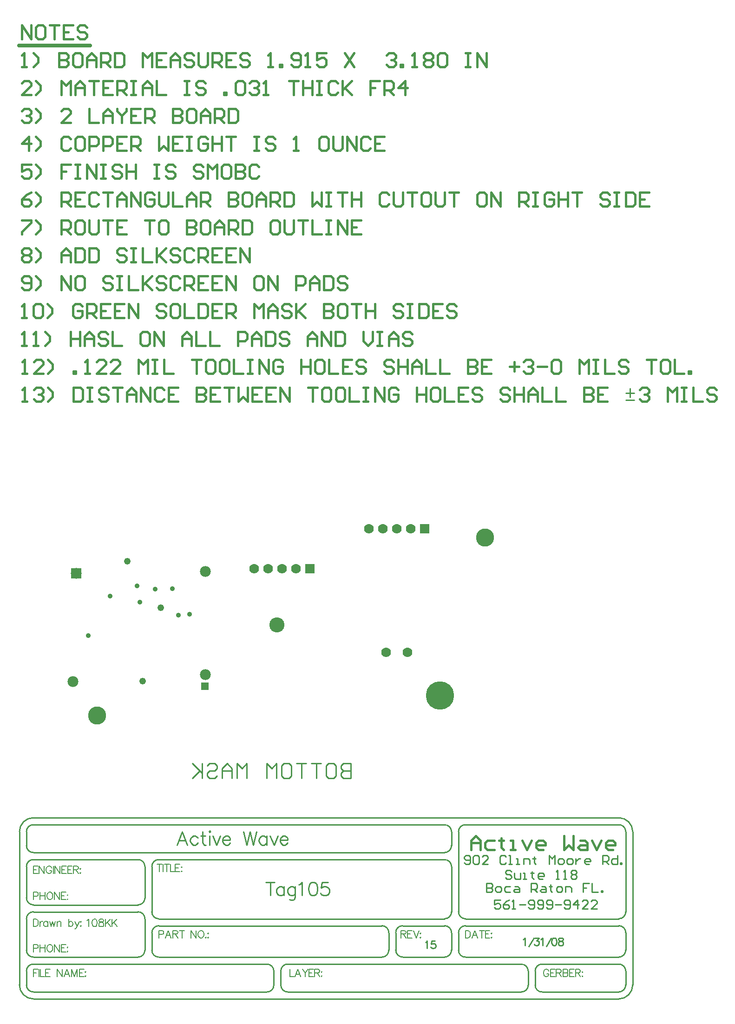
<source format=gbs>
%FSLAX24Y24*%
%MOIN*%
G70*
G01*
G75*
G04 Layer_Color=8467419*
%ADD10O,0.0240X0.0800*%
%ADD11R,0.0300X0.0300*%
%ADD12R,0.0360X0.0360*%
%ADD13R,0.0500X0.0360*%
%ADD14R,0.0360X0.0360*%
%ADD15R,0.0360X0.0500*%
%ADD16C,0.0400*%
%ADD17R,0.0200X0.0500*%
%ADD18R,0.0236X0.0236*%
%ADD19R,0.0300X0.0300*%
%ADD20R,0.0740X0.0450*%
%ADD21R,0.0748X0.0433*%
%ADD22O,0.0160X0.0600*%
%ADD23R,0.0236X0.1000*%
%ADD24R,0.0236X0.0900*%
%ADD25R,0.0700X0.0236*%
%ADD26R,0.0900X0.0236*%
%ADD27O,0.0160X0.0600*%
%ADD28R,0.0138X0.0354*%
%ADD29R,0.0250X0.0300*%
%ADD30R,0.0640X0.0440*%
%ADD31R,0.0492X0.1181*%
%ADD32R,0.1000X0.1000*%
%ADD33R,0.1000X0.1400*%
%ADD34R,0.1000X0.1300*%
%ADD35R,0.1000X0.1200*%
%ADD36R,0.0138X0.0354*%
%ADD37R,0.0100X0.0100*%
%ADD38R,0.2000X0.1000*%
%ADD39R,0.1600X0.1800*%
%ADD40C,0.0120*%
%ADD41C,0.0150*%
%ADD42C,0.0100*%
%ADD43C,0.0400*%
%ADD44C,0.0250*%
%ADD45C,0.0160*%
%ADD46C,0.0200*%
%ADD47C,0.0140*%
%ADD48C,0.0300*%
%ADD49C,0.0740*%
%ADD50C,0.0060*%
%ADD51C,0.0080*%
%ADD52C,0.0090*%
%ADD53C,0.0050*%
%ADD54R,0.0500X0.0500*%
%ADD55C,0.0700*%
%ADD56C,0.0620*%
%ADD57R,0.0620X0.0620*%
%ADD58C,0.1220*%
%ADD59C,0.1000*%
%ADD60C,0.1950*%
%ADD61C,0.0280*%
%ADD62R,0.0700X0.0700*%
%ADD63R,0.2730X0.0180*%
%ADD64O,0.0320X0.0880*%
%ADD65R,0.0380X0.0380*%
%ADD66R,0.0440X0.0440*%
%ADD67R,0.0580X0.0440*%
%ADD68R,0.0440X0.0440*%
%ADD69R,0.0440X0.0580*%
%ADD70C,0.0480*%
%ADD71R,0.0280X0.0580*%
%ADD72R,0.0316X0.0316*%
%ADD73R,0.0380X0.0380*%
%ADD74R,0.0820X0.0530*%
%ADD75R,0.0828X0.0513*%
%ADD76O,0.0240X0.0680*%
%ADD77R,0.0316X0.1080*%
%ADD78R,0.0316X0.0980*%
%ADD79R,0.0780X0.0316*%
%ADD80R,0.0980X0.0316*%
%ADD81O,0.0240X0.0680*%
%ADD82R,0.0218X0.0434*%
%ADD83R,0.0330X0.0380*%
%ADD84R,0.0720X0.0520*%
%ADD85R,0.0572X0.1261*%
%ADD86R,0.1080X0.1080*%
%ADD87R,0.1080X0.1480*%
%ADD88R,0.1080X0.1380*%
%ADD89R,0.1080X0.1280*%
%ADD90R,0.0218X0.0434*%
%ADD91R,0.0180X0.0180*%
%ADD92R,0.2080X0.1080*%
%ADD93R,0.1680X0.1880*%
%ADD94R,0.0580X0.0580*%
%ADD95C,0.0780*%
%ADD96C,0.0080*%
%ADD97R,0.0080X0.0080*%
%ADD98C,0.1300*%
%ADD99C,0.1080*%
%ADD100C,0.2030*%
%ADD101C,0.0360*%
%ADD102R,0.0780X0.0780*%
D41*
X29335Y-7069D02*
Y-6403D01*
X29668Y-6069D01*
X30002Y-6403D01*
Y-7069D01*
Y-6569D01*
X29335D01*
X31001Y-6403D02*
X30502D01*
X30335Y-6569D01*
Y-6902D01*
X30502Y-7069D01*
X31001D01*
X31501Y-6236D02*
Y-6403D01*
X31335D01*
X31668D01*
X31501D01*
Y-6902D01*
X31668Y-7069D01*
X32168D02*
X32501D01*
X32334D01*
Y-6403D01*
X32168D01*
X33001D02*
X33334Y-7069D01*
X33667Y-6403D01*
X34500Y-7069D02*
X34167D01*
X34000Y-6902D01*
Y-6569D01*
X34167Y-6403D01*
X34500D01*
X34667Y-6569D01*
Y-6736D01*
X34000D01*
X36000Y-6069D02*
Y-7069D01*
X36333Y-6736D01*
X36666Y-7069D01*
Y-6069D01*
X37166Y-6403D02*
X37499D01*
X37666Y-6569D01*
Y-7069D01*
X37166D01*
X36999Y-6902D01*
X37166Y-6736D01*
X37666D01*
X37999Y-6403D02*
X38332Y-7069D01*
X38666Y-6403D01*
X39499Y-7069D02*
X39165D01*
X38999Y-6902D01*
Y-6569D01*
X39165Y-6403D01*
X39499D01*
X39665Y-6569D01*
Y-6736D01*
X38999D01*
X-2884Y25105D02*
X-2551D01*
X-2717D01*
Y26105D01*
X-2884Y25938D01*
X-2051D02*
X-1884Y26105D01*
X-1551D01*
X-1385Y25938D01*
Y25771D01*
X-1551Y25605D01*
X-1718D01*
X-1551D01*
X-1385Y25438D01*
Y25272D01*
X-1551Y25105D01*
X-1884D01*
X-2051Y25272D01*
X-1051Y25105D02*
X-718Y25438D01*
Y25771D01*
X-1051Y26105D01*
X781D02*
Y25105D01*
X1281D01*
X1448Y25272D01*
Y25938D01*
X1281Y26105D01*
X781D01*
X1781D02*
X2114D01*
X1948D01*
Y25105D01*
X1781D01*
X2114D01*
X3281Y25938D02*
X3114Y26105D01*
X2781D01*
X2614Y25938D01*
Y25771D01*
X2781Y25605D01*
X3114D01*
X3281Y25438D01*
Y25272D01*
X3114Y25105D01*
X2781D01*
X2614Y25272D01*
X3614Y26105D02*
X4280D01*
X3947D01*
Y25105D01*
X4614D02*
Y25771D01*
X4947Y26105D01*
X5280Y25771D01*
Y25105D01*
Y25605D01*
X4614D01*
X5613Y25105D02*
Y26105D01*
X6280Y25105D01*
Y26105D01*
X7279Y25938D02*
X7113Y26105D01*
X6780D01*
X6613Y25938D01*
Y25272D01*
X6780Y25105D01*
X7113D01*
X7279Y25272D01*
X8279Y26105D02*
X7613D01*
Y25105D01*
X8279D01*
X7613Y25605D02*
X7946D01*
X9612Y26105D02*
Y25105D01*
X10112D01*
X10278Y25272D01*
Y25438D01*
X10112Y25605D01*
X9612D01*
X10112D01*
X10278Y25771D01*
Y25938D01*
X10112Y26105D01*
X9612D01*
X11278D02*
X10612D01*
Y25105D01*
X11278D01*
X10612Y25605D02*
X10945D01*
X11611Y26105D02*
X12278D01*
X11945D01*
Y25105D01*
X12611Y26105D02*
Y25105D01*
X12944Y25438D01*
X13277Y25105D01*
Y26105D01*
X14277D02*
X13611D01*
Y25105D01*
X14277D01*
X13611Y25605D02*
X13944D01*
X15277Y26105D02*
X14610D01*
Y25105D01*
X15277D01*
X14610Y25605D02*
X14944D01*
X15610Y25105D02*
Y26105D01*
X16276Y25105D01*
Y26105D01*
X17609D02*
X18276D01*
X17943D01*
Y25105D01*
X19109Y26105D02*
X18776D01*
X18609Y25938D01*
Y25272D01*
X18776Y25105D01*
X19109D01*
X19275Y25272D01*
Y25938D01*
X19109Y26105D01*
X20109D02*
X19775D01*
X19609Y25938D01*
Y25272D01*
X19775Y25105D01*
X20109D01*
X20275Y25272D01*
Y25938D01*
X20109Y26105D01*
X20608D02*
Y25105D01*
X21275D01*
X21608Y26105D02*
X21941D01*
X21775D01*
Y25105D01*
X21608D01*
X21941D01*
X22441D02*
Y26105D01*
X23108Y25105D01*
Y26105D01*
X24107Y25938D02*
X23941Y26105D01*
X23607D01*
X23441Y25938D01*
Y25272D01*
X23607Y25105D01*
X23941D01*
X24107Y25272D01*
Y25605D01*
X23774D01*
X25440Y26105D02*
Y25105D01*
Y25605D01*
X26107D01*
Y26105D01*
Y25105D01*
X26940Y26105D02*
X26606D01*
X26440Y25938D01*
Y25272D01*
X26606Y25105D01*
X26940D01*
X27106Y25272D01*
Y25938D01*
X26940Y26105D01*
X27439D02*
Y25105D01*
X28106D01*
X29106Y26105D02*
X28439D01*
Y25105D01*
X29106D01*
X28439Y25605D02*
X28772D01*
X30105Y25938D02*
X29939Y26105D01*
X29605D01*
X29439Y25938D01*
Y25771D01*
X29605Y25605D01*
X29939D01*
X30105Y25438D01*
Y25272D01*
X29939Y25105D01*
X29605D01*
X29439Y25272D01*
X32105Y25938D02*
X31938Y26105D01*
X31605D01*
X31438Y25938D01*
Y25771D01*
X31605Y25605D01*
X31938D01*
X32105Y25438D01*
Y25272D01*
X31938Y25105D01*
X31605D01*
X31438Y25272D01*
X32438Y26105D02*
Y25105D01*
Y25605D01*
X33104D01*
Y26105D01*
Y25105D01*
X33438D02*
Y25771D01*
X33771Y26105D01*
X34104Y25771D01*
Y25105D01*
Y25605D01*
X33438D01*
X34437Y26105D02*
Y25105D01*
X35104D01*
X35437Y26105D02*
Y25105D01*
X36103D01*
X37436Y26105D02*
Y25105D01*
X37936D01*
X38103Y25272D01*
Y25438D01*
X37936Y25605D01*
X37436D01*
X37936D01*
X38103Y25771D01*
Y25938D01*
X37936Y26105D01*
X37436D01*
X39102D02*
X38436D01*
Y25105D01*
X39102D01*
X38436Y25605D02*
X38769D01*
X41435Y25938D02*
X41602Y26105D01*
X41935D01*
X42101Y25938D01*
Y25771D01*
X41935Y25605D01*
X41768D01*
X41935D01*
X42101Y25438D01*
Y25272D01*
X41935Y25105D01*
X41602D01*
X41435Y25272D01*
X43434Y25105D02*
Y26105D01*
X43768Y25771D01*
X44101Y26105D01*
Y25105D01*
X44434Y26105D02*
X44767D01*
X44601D01*
Y25105D01*
X44434D01*
X44767D01*
X45267Y26105D02*
Y25105D01*
X45934D01*
X46933Y25938D02*
X46767Y26105D01*
X46433D01*
X46267Y25938D01*
Y25771D01*
X46433Y25605D01*
X46767D01*
X46933Y25438D01*
Y25272D01*
X46767Y25105D01*
X46433D01*
X46267Y25272D01*
X-2894Y29085D02*
X-2561D01*
X-2727D01*
Y30085D01*
X-2894Y29918D01*
X-2061Y29085D02*
X-1728D01*
X-1894D01*
Y30085D01*
X-2061Y29918D01*
X-1228Y29085D02*
X-895Y29418D01*
Y29751D01*
X-1228Y30085D01*
X605D02*
Y29085D01*
Y29585D01*
X1271D01*
Y30085D01*
Y29085D01*
X1605D02*
Y29751D01*
X1938Y30085D01*
X2271Y29751D01*
Y29085D01*
Y29585D01*
X1605D01*
X3271Y29918D02*
X3104Y30085D01*
X2771D01*
X2604Y29918D01*
Y29751D01*
X2771Y29585D01*
X3104D01*
X3271Y29418D01*
Y29252D01*
X3104Y29085D01*
X2771D01*
X2604Y29252D01*
X3604Y30085D02*
Y29085D01*
X4270D01*
X6103Y30085D02*
X5770D01*
X5603Y29918D01*
Y29252D01*
X5770Y29085D01*
X6103D01*
X6270Y29252D01*
Y29918D01*
X6103Y30085D01*
X6603Y29085D02*
Y30085D01*
X7269Y29085D01*
Y30085D01*
X8602Y29085D02*
Y29751D01*
X8935Y30085D01*
X9269Y29751D01*
Y29085D01*
Y29585D01*
X8602D01*
X9602Y30085D02*
Y29085D01*
X10268D01*
X10602Y30085D02*
Y29085D01*
X11268D01*
X12601D02*
Y30085D01*
X13101D01*
X13267Y29918D01*
Y29585D01*
X13101Y29418D01*
X12601D01*
X13601Y29085D02*
Y29751D01*
X13934Y30085D01*
X14267Y29751D01*
Y29085D01*
Y29585D01*
X13601D01*
X14600Y30085D02*
Y29085D01*
X15100D01*
X15267Y29252D01*
Y29918D01*
X15100Y30085D01*
X14600D01*
X16266Y29918D02*
X16100Y30085D01*
X15767D01*
X15600Y29918D01*
Y29751D01*
X15767Y29585D01*
X16100D01*
X16266Y29418D01*
Y29252D01*
X16100Y29085D01*
X15767D01*
X15600Y29252D01*
X17599Y29085D02*
Y29751D01*
X17933Y30085D01*
X18266Y29751D01*
Y29085D01*
Y29585D01*
X17599D01*
X18599Y29085D02*
Y30085D01*
X19265Y29085D01*
Y30085D01*
X19599D02*
Y29085D01*
X20099D01*
X20265Y29252D01*
Y29918D01*
X20099Y30085D01*
X19599D01*
X21598D02*
Y29418D01*
X21931Y29085D01*
X22264Y29418D01*
Y30085D01*
X22598D02*
X22931D01*
X22764D01*
Y29085D01*
X22598D01*
X22931D01*
X23431D02*
Y29751D01*
X23764Y30085D01*
X24097Y29751D01*
Y29085D01*
Y29585D01*
X23431D01*
X25097Y29918D02*
X24930Y30085D01*
X24597D01*
X24430Y29918D01*
Y29751D01*
X24597Y29585D01*
X24930D01*
X25097Y29418D01*
Y29252D01*
X24930Y29085D01*
X24597D01*
X24430Y29252D01*
X-2228Y47085D02*
X-2894D01*
X-2228Y47751D01*
Y47918D01*
X-2394Y48085D01*
X-2727D01*
X-2894Y47918D01*
X-1894Y47085D02*
X-1561Y47418D01*
Y47751D01*
X-1894Y48085D01*
X-62Y47085D02*
Y48085D01*
X272Y47751D01*
X605Y48085D01*
Y47085D01*
X938D02*
Y47751D01*
X1271Y48085D01*
X1605Y47751D01*
Y47085D01*
Y47585D01*
X938D01*
X1938Y48085D02*
X2604D01*
X2271D01*
Y47085D01*
X3604Y48085D02*
X2937D01*
Y47085D01*
X3604D01*
X2937Y47585D02*
X3271D01*
X3937Y47085D02*
Y48085D01*
X4437D01*
X4604Y47918D01*
Y47585D01*
X4437Y47418D01*
X3937D01*
X4270D02*
X4604Y47085D01*
X4937Y48085D02*
X5270D01*
X5103D01*
Y47085D01*
X4937D01*
X5270D01*
X5770D02*
Y47751D01*
X6103Y48085D01*
X6436Y47751D01*
Y47085D01*
Y47585D01*
X5770D01*
X6769Y48085D02*
Y47085D01*
X7436D01*
X8769Y48085D02*
X9102D01*
X8935D01*
Y47085D01*
X8769D01*
X9102D01*
X10268Y47918D02*
X10102Y48085D01*
X9769D01*
X9602Y47918D01*
Y47751D01*
X9769Y47585D01*
X10102D01*
X10268Y47418D01*
Y47252D01*
X10102Y47085D01*
X9769D01*
X9602Y47252D01*
X11601Y47085D02*
Y47252D01*
X11768D01*
Y47085D01*
X11601D01*
X12434Y47918D02*
X12601Y48085D01*
X12934D01*
X13101Y47918D01*
Y47252D01*
X12934Y47085D01*
X12601D01*
X12434Y47252D01*
Y47918D01*
X13434D02*
X13601Y48085D01*
X13934D01*
X14100Y47918D01*
Y47751D01*
X13934Y47585D01*
X13767D01*
X13934D01*
X14100Y47418D01*
Y47252D01*
X13934Y47085D01*
X13601D01*
X13434Y47252D01*
X14434Y47085D02*
X14767D01*
X14600D01*
Y48085D01*
X14434Y47918D01*
X16266Y48085D02*
X16933D01*
X16600D01*
Y47085D01*
X17266Y48085D02*
Y47085D01*
Y47585D01*
X17933D01*
Y48085D01*
Y47085D01*
X18266Y48085D02*
X18599D01*
X18432D01*
Y47085D01*
X18266D01*
X18599D01*
X19765Y47918D02*
X19599Y48085D01*
X19265D01*
X19099Y47918D01*
Y47252D01*
X19265Y47085D01*
X19599D01*
X19765Y47252D01*
X20099Y48085D02*
Y47085D01*
Y47418D01*
X20765Y48085D01*
X20265Y47585D01*
X20765Y47085D01*
X22764Y48085D02*
X22098D01*
Y47585D01*
X22431D01*
X22098D01*
Y47085D01*
X23098D02*
Y48085D01*
X23597D01*
X23764Y47918D01*
Y47585D01*
X23597Y47418D01*
X23098D01*
X23431D02*
X23764Y47085D01*
X24597D02*
Y48085D01*
X24097Y47585D01*
X24764D01*
X-2894Y33252D02*
X-2727Y33085D01*
X-2394D01*
X-2228Y33252D01*
Y33918D01*
X-2394Y34085D01*
X-2727D01*
X-2894Y33918D01*
Y33751D01*
X-2727Y33585D01*
X-2228D01*
X-1894Y33085D02*
X-1561Y33418D01*
Y33751D01*
X-1894Y34085D01*
X-62Y33085D02*
Y34085D01*
X605Y33085D01*
Y34085D01*
X1438D02*
X1105D01*
X938Y33918D01*
Y33252D01*
X1105Y33085D01*
X1438D01*
X1605Y33252D01*
Y33918D01*
X1438Y34085D01*
X3604Y33918D02*
X3437Y34085D01*
X3104D01*
X2937Y33918D01*
Y33751D01*
X3104Y33585D01*
X3437D01*
X3604Y33418D01*
Y33252D01*
X3437Y33085D01*
X3104D01*
X2937Y33252D01*
X3937Y34085D02*
X4270D01*
X4104D01*
Y33085D01*
X3937D01*
X4270D01*
X4770Y34085D02*
Y33085D01*
X5437D01*
X5770Y34085D02*
Y33085D01*
Y33418D01*
X6436Y34085D01*
X5936Y33585D01*
X6436Y33085D01*
X7436Y33918D02*
X7269Y34085D01*
X6936D01*
X6769Y33918D01*
Y33751D01*
X6936Y33585D01*
X7269D01*
X7436Y33418D01*
Y33252D01*
X7269Y33085D01*
X6936D01*
X6769Y33252D01*
X8436Y33918D02*
X8269Y34085D01*
X7936D01*
X7769Y33918D01*
Y33252D01*
X7936Y33085D01*
X8269D01*
X8436Y33252D01*
X8769Y33085D02*
Y34085D01*
X9269D01*
X9435Y33918D01*
Y33585D01*
X9269Y33418D01*
X8769D01*
X9102D02*
X9435Y33085D01*
X10435Y34085D02*
X9769D01*
Y33085D01*
X10435D01*
X9769Y33585D02*
X10102D01*
X11435Y34085D02*
X10768D01*
Y33085D01*
X11435D01*
X10768Y33585D02*
X11101D01*
X11768Y33085D02*
Y34085D01*
X12434Y33085D01*
Y34085D01*
X14267D02*
X13934D01*
X13767Y33918D01*
Y33252D01*
X13934Y33085D01*
X14267D01*
X14434Y33252D01*
Y33918D01*
X14267Y34085D01*
X14767Y33085D02*
Y34085D01*
X15433Y33085D01*
Y34085D01*
X16766Y33085D02*
Y34085D01*
X17266D01*
X17433Y33918D01*
Y33585D01*
X17266Y33418D01*
X16766D01*
X17766Y33085D02*
Y33751D01*
X18099Y34085D01*
X18432Y33751D01*
Y33085D01*
Y33585D01*
X17766D01*
X18766Y34085D02*
Y33085D01*
X19265D01*
X19432Y33252D01*
Y33918D01*
X19265Y34085D01*
X18766D01*
X20432Y33918D02*
X20265Y34085D01*
X19932D01*
X19765Y33918D01*
Y33751D01*
X19932Y33585D01*
X20265D01*
X20432Y33418D01*
Y33252D01*
X20265Y33085D01*
X19932D01*
X19765Y33252D01*
X-2894Y35918D02*
X-2727Y36085D01*
X-2394D01*
X-2228Y35918D01*
Y35751D01*
X-2394Y35585D01*
X-2228Y35418D01*
Y35252D01*
X-2394Y35085D01*
X-2727D01*
X-2894Y35252D01*
Y35418D01*
X-2727Y35585D01*
X-2894Y35751D01*
Y35918D01*
X-2727Y35585D02*
X-2394D01*
X-1894Y35085D02*
X-1561Y35418D01*
Y35751D01*
X-1894Y36085D01*
X-62Y35085D02*
Y35751D01*
X272Y36085D01*
X605Y35751D01*
Y35085D01*
Y35585D01*
X-62D01*
X938Y36085D02*
Y35085D01*
X1438D01*
X1605Y35252D01*
Y35918D01*
X1438Y36085D01*
X938D01*
X1938D02*
Y35085D01*
X2438D01*
X2604Y35252D01*
Y35918D01*
X2438Y36085D01*
X1938D01*
X4604Y35918D02*
X4437Y36085D01*
X4104D01*
X3937Y35918D01*
Y35751D01*
X4104Y35585D01*
X4437D01*
X4604Y35418D01*
Y35252D01*
X4437Y35085D01*
X4104D01*
X3937Y35252D01*
X4937Y36085D02*
X5270D01*
X5103D01*
Y35085D01*
X4937D01*
X5270D01*
X5770Y36085D02*
Y35085D01*
X6436D01*
X6769Y36085D02*
Y35085D01*
Y35418D01*
X7436Y36085D01*
X6936Y35585D01*
X7436Y35085D01*
X8436Y35918D02*
X8269Y36085D01*
X7936D01*
X7769Y35918D01*
Y35751D01*
X7936Y35585D01*
X8269D01*
X8436Y35418D01*
Y35252D01*
X8269Y35085D01*
X7936D01*
X7769Y35252D01*
X9435Y35918D02*
X9269Y36085D01*
X8935D01*
X8769Y35918D01*
Y35252D01*
X8935Y35085D01*
X9269D01*
X9435Y35252D01*
X9769Y35085D02*
Y36085D01*
X10268D01*
X10435Y35918D01*
Y35585D01*
X10268Y35418D01*
X9769D01*
X10102D02*
X10435Y35085D01*
X11435Y36085D02*
X10768D01*
Y35085D01*
X11435D01*
X10768Y35585D02*
X11101D01*
X12434Y36085D02*
X11768D01*
Y35085D01*
X12434D01*
X11768Y35585D02*
X12101D01*
X12768Y35085D02*
Y36085D01*
X13434Y35085D01*
Y36085D01*
X-2894Y38085D02*
X-2228D01*
Y37918D01*
X-2894Y37252D01*
Y37085D01*
X-1894D02*
X-1561Y37418D01*
Y37751D01*
X-1894Y38085D01*
X-62Y37085D02*
Y38085D01*
X438D01*
X605Y37918D01*
Y37585D01*
X438Y37418D01*
X-62D01*
X272D02*
X605Y37085D01*
X1438Y38085D02*
X1105D01*
X938Y37918D01*
Y37252D01*
X1105Y37085D01*
X1438D01*
X1605Y37252D01*
Y37918D01*
X1438Y38085D01*
X1938D02*
Y37252D01*
X2104Y37085D01*
X2438D01*
X2604Y37252D01*
Y38085D01*
X2937D02*
X3604D01*
X3271D01*
Y37085D01*
X4604Y38085D02*
X3937D01*
Y37085D01*
X4604D01*
X3937Y37585D02*
X4270D01*
X5936Y38085D02*
X6603D01*
X6270D01*
Y37085D01*
X7436Y38085D02*
X7103D01*
X6936Y37918D01*
Y37252D01*
X7103Y37085D01*
X7436D01*
X7603Y37252D01*
Y37918D01*
X7436Y38085D01*
X8935D02*
Y37085D01*
X9435D01*
X9602Y37252D01*
Y37418D01*
X9435Y37585D01*
X8935D01*
X9435D01*
X9602Y37751D01*
Y37918D01*
X9435Y38085D01*
X8935D01*
X10435D02*
X10102D01*
X9935Y37918D01*
Y37252D01*
X10102Y37085D01*
X10435D01*
X10602Y37252D01*
Y37918D01*
X10435Y38085D01*
X10935Y37085D02*
Y37751D01*
X11268Y38085D01*
X11601Y37751D01*
Y37085D01*
Y37585D01*
X10935D01*
X11934Y37085D02*
Y38085D01*
X12434D01*
X12601Y37918D01*
Y37585D01*
X12434Y37418D01*
X11934D01*
X12268D02*
X12601Y37085D01*
X12934Y38085D02*
Y37085D01*
X13434D01*
X13601Y37252D01*
Y37918D01*
X13434Y38085D01*
X12934D01*
X15433D02*
X15100D01*
X14934Y37918D01*
Y37252D01*
X15100Y37085D01*
X15433D01*
X15600Y37252D01*
Y37918D01*
X15433Y38085D01*
X15933D02*
Y37252D01*
X16100Y37085D01*
X16433D01*
X16600Y37252D01*
Y38085D01*
X16933D02*
X17599D01*
X17266D01*
Y37085D01*
X17933Y38085D02*
Y37085D01*
X18599D01*
X18932Y38085D02*
X19265D01*
X19099D01*
Y37085D01*
X18932D01*
X19265D01*
X19765D02*
Y38085D01*
X20432Y37085D01*
Y38085D01*
X21431D02*
X20765D01*
Y37085D01*
X21431D01*
X20765Y37585D02*
X21098D01*
X-2228Y40085D02*
X-2561Y39918D01*
X-2894Y39585D01*
Y39252D01*
X-2727Y39085D01*
X-2394D01*
X-2228Y39252D01*
Y39418D01*
X-2394Y39585D01*
X-2894D01*
X-1894Y39085D02*
X-1561Y39418D01*
Y39751D01*
X-1894Y40085D01*
X-62Y39085D02*
Y40085D01*
X438D01*
X605Y39918D01*
Y39585D01*
X438Y39418D01*
X-62D01*
X272D02*
X605Y39085D01*
X1605Y40085D02*
X938D01*
Y39085D01*
X1605D01*
X938Y39585D02*
X1271D01*
X2604Y39918D02*
X2438Y40085D01*
X2104D01*
X1938Y39918D01*
Y39252D01*
X2104Y39085D01*
X2438D01*
X2604Y39252D01*
X2937Y40085D02*
X3604D01*
X3271D01*
Y39085D01*
X3937D02*
Y39751D01*
X4270Y40085D01*
X4604Y39751D01*
Y39085D01*
Y39585D01*
X3937D01*
X4937Y39085D02*
Y40085D01*
X5603Y39085D01*
Y40085D01*
X6603Y39918D02*
X6436Y40085D01*
X6103D01*
X5936Y39918D01*
Y39252D01*
X6103Y39085D01*
X6436D01*
X6603Y39252D01*
Y39585D01*
X6270D01*
X6936Y40085D02*
Y39252D01*
X7103Y39085D01*
X7436D01*
X7603Y39252D01*
Y40085D01*
X7936D02*
Y39085D01*
X8602D01*
X8935D02*
Y39751D01*
X9269Y40085D01*
X9602Y39751D01*
Y39085D01*
Y39585D01*
X8935D01*
X9935Y39085D02*
Y40085D01*
X10435D01*
X10602Y39918D01*
Y39585D01*
X10435Y39418D01*
X9935D01*
X10268D02*
X10602Y39085D01*
X11934Y40085D02*
Y39085D01*
X12434D01*
X12601Y39252D01*
Y39418D01*
X12434Y39585D01*
X11934D01*
X12434D01*
X12601Y39751D01*
Y39918D01*
X12434Y40085D01*
X11934D01*
X13434D02*
X13101D01*
X12934Y39918D01*
Y39252D01*
X13101Y39085D01*
X13434D01*
X13601Y39252D01*
Y39918D01*
X13434Y40085D01*
X13934Y39085D02*
Y39751D01*
X14267Y40085D01*
X14600Y39751D01*
Y39085D01*
Y39585D01*
X13934D01*
X14934Y39085D02*
Y40085D01*
X15433D01*
X15600Y39918D01*
Y39585D01*
X15433Y39418D01*
X14934D01*
X15267D02*
X15600Y39085D01*
X15933Y40085D02*
Y39085D01*
X16433D01*
X16600Y39252D01*
Y39918D01*
X16433Y40085D01*
X15933D01*
X17933D02*
Y39085D01*
X18266Y39418D01*
X18599Y39085D01*
Y40085D01*
X18932D02*
X19265D01*
X19099D01*
Y39085D01*
X18932D01*
X19265D01*
X19765Y40085D02*
X20432D01*
X20099D01*
Y39085D01*
X20765Y40085D02*
Y39085D01*
Y39585D01*
X21431D01*
Y40085D01*
Y39085D01*
X23431Y39918D02*
X23264Y40085D01*
X22931D01*
X22764Y39918D01*
Y39252D01*
X22931Y39085D01*
X23264D01*
X23431Y39252D01*
X23764Y40085D02*
Y39252D01*
X23931Y39085D01*
X24264D01*
X24430Y39252D01*
Y40085D01*
X24764D02*
X25430D01*
X25097D01*
Y39085D01*
X26263Y40085D02*
X25930D01*
X25763Y39918D01*
Y39252D01*
X25930Y39085D01*
X26263D01*
X26430Y39252D01*
Y39918D01*
X26263Y40085D01*
X26763D02*
Y39252D01*
X26930Y39085D01*
X27263D01*
X27429Y39252D01*
Y40085D01*
X27763D02*
X28429D01*
X28096D01*
Y39085D01*
X30262Y40085D02*
X29929D01*
X29762Y39918D01*
Y39252D01*
X29929Y39085D01*
X30262D01*
X30429Y39252D01*
Y39918D01*
X30262Y40085D01*
X30762Y39085D02*
Y40085D01*
X31428Y39085D01*
Y40085D01*
X32761Y39085D02*
Y40085D01*
X33261D01*
X33428Y39918D01*
Y39585D01*
X33261Y39418D01*
X32761D01*
X33094D02*
X33428Y39085D01*
X33761Y40085D02*
X34094D01*
X33927D01*
Y39085D01*
X33761D01*
X34094D01*
X35260Y39918D02*
X35094Y40085D01*
X34760D01*
X34594Y39918D01*
Y39252D01*
X34760Y39085D01*
X35094D01*
X35260Y39252D01*
Y39585D01*
X34927D01*
X35594Y40085D02*
Y39085D01*
Y39585D01*
X36260D01*
Y40085D01*
Y39085D01*
X36593Y40085D02*
X37260D01*
X36926D01*
Y39085D01*
X39259Y39918D02*
X39092Y40085D01*
X38759D01*
X38593Y39918D01*
Y39751D01*
X38759Y39585D01*
X39092D01*
X39259Y39418D01*
Y39252D01*
X39092Y39085D01*
X38759D01*
X38593Y39252D01*
X39592Y40085D02*
X39925D01*
X39759D01*
Y39085D01*
X39592D01*
X39925D01*
X40425Y40085D02*
Y39085D01*
X40925D01*
X41092Y39252D01*
Y39918D01*
X40925Y40085D01*
X40425D01*
X42091D02*
X41425D01*
Y39085D01*
X42091D01*
X41425Y39585D02*
X41758D01*
X-2228Y42085D02*
X-2894D01*
Y41585D01*
X-2561Y41751D01*
X-2394D01*
X-2228Y41585D01*
Y41252D01*
X-2394Y41085D01*
X-2727D01*
X-2894Y41252D01*
X-1894Y41085D02*
X-1561Y41418D01*
Y41751D01*
X-1894Y42085D01*
X605D02*
X-62D01*
Y41585D01*
X272D01*
X-62D01*
Y41085D01*
X938Y42085D02*
X1271D01*
X1105D01*
Y41085D01*
X938D01*
X1271D01*
X1771D02*
Y42085D01*
X2438Y41085D01*
Y42085D01*
X2771D02*
X3104D01*
X2937D01*
Y41085D01*
X2771D01*
X3104D01*
X4270Y41918D02*
X4104Y42085D01*
X3770D01*
X3604Y41918D01*
Y41751D01*
X3770Y41585D01*
X4104D01*
X4270Y41418D01*
Y41252D01*
X4104Y41085D01*
X3770D01*
X3604Y41252D01*
X4604Y42085D02*
Y41085D01*
Y41585D01*
X5270D01*
Y42085D01*
Y41085D01*
X6603Y42085D02*
X6936D01*
X6769D01*
Y41085D01*
X6603D01*
X6936D01*
X8102Y41918D02*
X7936Y42085D01*
X7603D01*
X7436Y41918D01*
Y41751D01*
X7603Y41585D01*
X7936D01*
X8102Y41418D01*
Y41252D01*
X7936Y41085D01*
X7603D01*
X7436Y41252D01*
X10102Y41918D02*
X9935Y42085D01*
X9602D01*
X9435Y41918D01*
Y41751D01*
X9602Y41585D01*
X9935D01*
X10102Y41418D01*
Y41252D01*
X9935Y41085D01*
X9602D01*
X9435Y41252D01*
X10435Y41085D02*
Y42085D01*
X10768Y41751D01*
X11101Y42085D01*
Y41085D01*
X11934Y42085D02*
X11601D01*
X11435Y41918D01*
Y41252D01*
X11601Y41085D01*
X11934D01*
X12101Y41252D01*
Y41918D01*
X11934Y42085D01*
X12434D02*
Y41085D01*
X12934D01*
X13101Y41252D01*
Y41418D01*
X12934Y41585D01*
X12434D01*
X12934D01*
X13101Y41751D01*
Y41918D01*
X12934Y42085D01*
X12434D01*
X14100Y41918D02*
X13934Y42085D01*
X13601D01*
X13434Y41918D01*
Y41252D01*
X13601Y41085D01*
X13934D01*
X14100Y41252D01*
X-2394Y43085D02*
Y44085D01*
X-2894Y43585D01*
X-2228D01*
X-1894Y43085D02*
X-1561Y43418D01*
Y43751D01*
X-1894Y44085D01*
X605Y43918D02*
X438Y44085D01*
X105D01*
X-62Y43918D01*
Y43252D01*
X105Y43085D01*
X438D01*
X605Y43252D01*
X1438Y44085D02*
X1105D01*
X938Y43918D01*
Y43252D01*
X1105Y43085D01*
X1438D01*
X1605Y43252D01*
Y43918D01*
X1438Y44085D01*
X1938Y43085D02*
Y44085D01*
X2438D01*
X2604Y43918D01*
Y43585D01*
X2438Y43418D01*
X1938D01*
X2937Y43085D02*
Y44085D01*
X3437D01*
X3604Y43918D01*
Y43585D01*
X3437Y43418D01*
X2937D01*
X4604Y44085D02*
X3937D01*
Y43085D01*
X4604D01*
X3937Y43585D02*
X4270D01*
X4937Y43085D02*
Y44085D01*
X5437D01*
X5603Y43918D01*
Y43585D01*
X5437Y43418D01*
X4937D01*
X5270D02*
X5603Y43085D01*
X6936Y44085D02*
Y43085D01*
X7269Y43418D01*
X7603Y43085D01*
Y44085D01*
X8602D02*
X7936D01*
Y43085D01*
X8602D01*
X7936Y43585D02*
X8269D01*
X8935Y44085D02*
X9269D01*
X9102D01*
Y43085D01*
X8935D01*
X9269D01*
X10435Y43918D02*
X10268Y44085D01*
X9935D01*
X9769Y43918D01*
Y43252D01*
X9935Y43085D01*
X10268D01*
X10435Y43252D01*
Y43585D01*
X10102D01*
X10768Y44085D02*
Y43085D01*
Y43585D01*
X11435D01*
Y44085D01*
Y43085D01*
X11768Y44085D02*
X12434D01*
X12101D01*
Y43085D01*
X13767Y44085D02*
X14100D01*
X13934D01*
Y43085D01*
X13767D01*
X14100D01*
X15267Y43918D02*
X15100Y44085D01*
X14767D01*
X14600Y43918D01*
Y43751D01*
X14767Y43585D01*
X15100D01*
X15267Y43418D01*
Y43252D01*
X15100Y43085D01*
X14767D01*
X14600Y43252D01*
X16600Y43085D02*
X16933D01*
X16766D01*
Y44085D01*
X16600Y43918D01*
X18932Y44085D02*
X18599D01*
X18432Y43918D01*
Y43252D01*
X18599Y43085D01*
X18932D01*
X19099Y43252D01*
Y43918D01*
X18932Y44085D01*
X19432D02*
Y43252D01*
X19599Y43085D01*
X19932D01*
X20099Y43252D01*
Y44085D01*
X20432Y43085D02*
Y44085D01*
X21098Y43085D01*
Y44085D01*
X22098Y43918D02*
X21931Y44085D01*
X21598D01*
X21431Y43918D01*
Y43252D01*
X21598Y43085D01*
X21931D01*
X22098Y43252D01*
X23098Y44085D02*
X22431D01*
Y43085D01*
X23098D01*
X22431Y43585D02*
X22764D01*
X-2894Y45918D02*
X-2727Y46085D01*
X-2394D01*
X-2228Y45918D01*
Y45751D01*
X-2394Y45585D01*
X-2561D01*
X-2394D01*
X-2228Y45418D01*
Y45252D01*
X-2394Y45085D01*
X-2727D01*
X-2894Y45252D01*
X-1894Y45085D02*
X-1561Y45418D01*
Y45751D01*
X-1894Y46085D01*
X605Y45085D02*
X-62D01*
X605Y45751D01*
Y45918D01*
X438Y46085D01*
X105D01*
X-62Y45918D01*
X1938Y46085D02*
Y45085D01*
X2604D01*
X2937D02*
Y45751D01*
X3271Y46085D01*
X3604Y45751D01*
Y45085D01*
Y45585D01*
X2937D01*
X3937Y46085D02*
Y45918D01*
X4270Y45585D01*
X4604Y45918D01*
Y46085D01*
X4270Y45585D02*
Y45085D01*
X5603Y46085D02*
X4937D01*
Y45085D01*
X5603D01*
X4937Y45585D02*
X5270D01*
X5936Y45085D02*
Y46085D01*
X6436D01*
X6603Y45918D01*
Y45585D01*
X6436Y45418D01*
X5936D01*
X6270D02*
X6603Y45085D01*
X7936Y46085D02*
Y45085D01*
X8436D01*
X8602Y45252D01*
Y45418D01*
X8436Y45585D01*
X7936D01*
X8436D01*
X8602Y45751D01*
Y45918D01*
X8436Y46085D01*
X7936D01*
X9435D02*
X9102D01*
X8935Y45918D01*
Y45252D01*
X9102Y45085D01*
X9435D01*
X9602Y45252D01*
Y45918D01*
X9435Y46085D01*
X9935Y45085D02*
Y45751D01*
X10268Y46085D01*
X10602Y45751D01*
Y45085D01*
Y45585D01*
X9935D01*
X10935Y45085D02*
Y46085D01*
X11435D01*
X11601Y45918D01*
Y45585D01*
X11435Y45418D01*
X10935D01*
X11268D02*
X11601Y45085D01*
X11935Y46085D02*
Y45085D01*
X12434D01*
X12601Y45252D01*
Y45918D01*
X12434Y46085D01*
X11935D01*
X-2894Y31085D02*
X-2561D01*
X-2727D01*
Y32085D01*
X-2894Y31918D01*
X-2061D02*
X-1894Y32085D01*
X-1561D01*
X-1395Y31918D01*
Y31252D01*
X-1561Y31085D01*
X-1894D01*
X-2061Y31252D01*
Y31918D01*
X-1061Y31085D02*
X-728Y31418D01*
Y31751D01*
X-1061Y32085D01*
X1438Y31918D02*
X1271Y32085D01*
X938D01*
X771Y31918D01*
Y31252D01*
X938Y31085D01*
X1271D01*
X1438Y31252D01*
Y31585D01*
X1105D01*
X1771Y31085D02*
Y32085D01*
X2271D01*
X2438Y31918D01*
Y31585D01*
X2271Y31418D01*
X1771D01*
X2104D02*
X2438Y31085D01*
X3437Y32085D02*
X2771D01*
Y31085D01*
X3437D01*
X2771Y31585D02*
X3104D01*
X4437Y32085D02*
X3770D01*
Y31085D01*
X4437D01*
X3770Y31585D02*
X4104D01*
X4770Y31085D02*
Y32085D01*
X5437Y31085D01*
Y32085D01*
X7436Y31918D02*
X7269Y32085D01*
X6936D01*
X6769Y31918D01*
Y31751D01*
X6936Y31585D01*
X7269D01*
X7436Y31418D01*
Y31252D01*
X7269Y31085D01*
X6936D01*
X6769Y31252D01*
X8269Y32085D02*
X7936D01*
X7769Y31918D01*
Y31252D01*
X7936Y31085D01*
X8269D01*
X8436Y31252D01*
Y31918D01*
X8269Y32085D01*
X8769D02*
Y31085D01*
X9435D01*
X9769Y32085D02*
Y31085D01*
X10268D01*
X10435Y31252D01*
Y31918D01*
X10268Y32085D01*
X9769D01*
X11435D02*
X10768D01*
Y31085D01*
X11435D01*
X10768Y31585D02*
X11101D01*
X11768Y31085D02*
Y32085D01*
X12268D01*
X12434Y31918D01*
Y31585D01*
X12268Y31418D01*
X11768D01*
X12101D02*
X12434Y31085D01*
X13767D02*
Y32085D01*
X14100Y31751D01*
X14434Y32085D01*
Y31085D01*
X14767D02*
Y31751D01*
X15100Y32085D01*
X15433Y31751D01*
Y31085D01*
Y31585D01*
X14767D01*
X16433Y31918D02*
X16266Y32085D01*
X15933D01*
X15767Y31918D01*
Y31751D01*
X15933Y31585D01*
X16266D01*
X16433Y31418D01*
Y31252D01*
X16266Y31085D01*
X15933D01*
X15767Y31252D01*
X16766Y32085D02*
Y31085D01*
Y31418D01*
X17433Y32085D01*
X16933Y31585D01*
X17433Y31085D01*
X18766Y32085D02*
Y31085D01*
X19265D01*
X19432Y31252D01*
Y31418D01*
X19265Y31585D01*
X18766D01*
X19265D01*
X19432Y31751D01*
Y31918D01*
X19265Y32085D01*
X18766D01*
X20265D02*
X19932D01*
X19765Y31918D01*
Y31252D01*
X19932Y31085D01*
X20265D01*
X20432Y31252D01*
Y31918D01*
X20265Y32085D01*
X20765D02*
X21431D01*
X21098D01*
Y31085D01*
X21765Y32085D02*
Y31085D01*
Y31585D01*
X22431D01*
Y32085D01*
Y31085D01*
X24430Y31918D02*
X24264Y32085D01*
X23931D01*
X23764Y31918D01*
Y31751D01*
X23931Y31585D01*
X24264D01*
X24430Y31418D01*
Y31252D01*
X24264Y31085D01*
X23931D01*
X23764Y31252D01*
X24764Y32085D02*
X25097D01*
X24930D01*
Y31085D01*
X24764D01*
X25097D01*
X25597Y32085D02*
Y31085D01*
X26097D01*
X26263Y31252D01*
Y31918D01*
X26097Y32085D01*
X25597D01*
X27263D02*
X26596D01*
Y31085D01*
X27263D01*
X26596Y31585D02*
X26930D01*
X28263Y31918D02*
X28096Y32085D01*
X27763D01*
X27596Y31918D01*
Y31751D01*
X27763Y31585D01*
X28096D01*
X28263Y31418D01*
Y31252D01*
X28096Y31085D01*
X27763D01*
X27596Y31252D01*
X-2894Y51085D02*
Y52085D01*
X-2228Y51085D01*
Y52085D01*
X-1395D02*
X-1728D01*
X-1894Y51918D01*
Y51252D01*
X-1728Y51085D01*
X-1395D01*
X-1228Y51252D01*
Y51918D01*
X-1395Y52085D01*
X-895D02*
X-228D01*
X-561D01*
Y51085D01*
X771Y52085D02*
X105D01*
Y51085D01*
X771D01*
X105Y51585D02*
X438D01*
X1771Y51918D02*
X1605Y52085D01*
X1271D01*
X1105Y51918D01*
Y51751D01*
X1271Y51585D01*
X1605D01*
X1771Y51418D01*
Y51252D01*
X1605Y51085D01*
X1271D01*
X1105Y51252D01*
X-2894Y49085D02*
X-2561D01*
X-2727D01*
Y50085D01*
X-2894Y49918D01*
X-2061Y49085D02*
X-1728Y49418D01*
Y49751D01*
X-2061Y50085D01*
X-228D02*
Y49085D01*
X272D01*
X438Y49252D01*
Y49418D01*
X272Y49585D01*
X-228D01*
X272D01*
X438Y49751D01*
Y49918D01*
X272Y50085D01*
X-228D01*
X1271D02*
X938D01*
X771Y49918D01*
Y49252D01*
X938Y49085D01*
X1271D01*
X1438Y49252D01*
Y49918D01*
X1271Y50085D01*
X1771Y49085D02*
Y49751D01*
X2104Y50085D01*
X2438Y49751D01*
Y49085D01*
Y49585D01*
X1771D01*
X2771Y49085D02*
Y50085D01*
X3271D01*
X3437Y49918D01*
Y49585D01*
X3271Y49418D01*
X2771D01*
X3104D02*
X3437Y49085D01*
X3770Y50085D02*
Y49085D01*
X4270D01*
X4437Y49252D01*
Y49918D01*
X4270Y50085D01*
X3770D01*
X5770Y49085D02*
Y50085D01*
X6103Y49751D01*
X6436Y50085D01*
Y49085D01*
X7436Y50085D02*
X6769D01*
Y49085D01*
X7436D01*
X6769Y49585D02*
X7103D01*
X7769Y49085D02*
Y49751D01*
X8102Y50085D01*
X8436Y49751D01*
Y49085D01*
Y49585D01*
X7769D01*
X9435Y49918D02*
X9269Y50085D01*
X8935D01*
X8769Y49918D01*
Y49751D01*
X8935Y49585D01*
X9269D01*
X9435Y49418D01*
Y49252D01*
X9269Y49085D01*
X8935D01*
X8769Y49252D01*
X9769Y50085D02*
Y49252D01*
X9935Y49085D01*
X10268D01*
X10435Y49252D01*
Y50085D01*
X10768Y49085D02*
Y50085D01*
X11268D01*
X11435Y49918D01*
Y49585D01*
X11268Y49418D01*
X10768D01*
X11101D02*
X11435Y49085D01*
X12434Y50085D02*
X11768D01*
Y49085D01*
X12434D01*
X11768Y49585D02*
X12101D01*
X13434Y49918D02*
X13267Y50085D01*
X12934D01*
X12768Y49918D01*
Y49751D01*
X12934Y49585D01*
X13267D01*
X13434Y49418D01*
Y49252D01*
X13267Y49085D01*
X12934D01*
X12768Y49252D01*
X14767Y49085D02*
X15100D01*
X14934D01*
Y50085D01*
X14767Y49918D01*
X15600Y49085D02*
Y49252D01*
X15767D01*
Y49085D01*
X15600D01*
X16433Y49252D02*
X16600Y49085D01*
X16933D01*
X17099Y49252D01*
Y49918D01*
X16933Y50085D01*
X16600D01*
X16433Y49918D01*
Y49751D01*
X16600Y49585D01*
X17099D01*
X17433Y49085D02*
X17766D01*
X17599D01*
Y50085D01*
X17433Y49918D01*
X18932Y50085D02*
X18266D01*
Y49585D01*
X18599Y49751D01*
X18766D01*
X18932Y49585D01*
Y49252D01*
X18766Y49085D01*
X18432D01*
X18266Y49252D01*
X20265Y50085D02*
X20932Y49085D01*
Y50085D02*
X20265Y49085D01*
X23264Y49918D02*
X23431Y50085D01*
X23764D01*
X23931Y49918D01*
Y49751D01*
X23764Y49585D01*
X23597D01*
X23764D01*
X23931Y49418D01*
Y49252D01*
X23764Y49085D01*
X23431D01*
X23264Y49252D01*
X24264Y49085D02*
Y49252D01*
X24430D01*
Y49085D01*
X24264D01*
X25097D02*
X25430D01*
X25264D01*
Y50085D01*
X25097Y49918D01*
X25930D02*
X26097Y50085D01*
X26430D01*
X26596Y49918D01*
Y49751D01*
X26430Y49585D01*
X26596Y49418D01*
Y49252D01*
X26430Y49085D01*
X26097D01*
X25930Y49252D01*
Y49418D01*
X26097Y49585D01*
X25930Y49751D01*
Y49918D01*
X26097Y49585D02*
X26430D01*
X26930Y49918D02*
X27096Y50085D01*
X27429D01*
X27596Y49918D01*
Y49252D01*
X27429Y49085D01*
X27096D01*
X26930Y49252D01*
Y49918D01*
X28929Y50085D02*
X29262D01*
X29096D01*
Y49085D01*
X28929D01*
X29262D01*
X29762D02*
Y50085D01*
X30429Y49085D01*
Y50085D01*
X-2884Y27095D02*
X-2551D01*
X-2717D01*
Y28095D01*
X-2884Y27928D01*
X-1385Y27095D02*
X-2051D01*
X-1385Y27761D01*
Y27928D01*
X-1551Y28095D01*
X-1884D01*
X-2051Y27928D01*
X-1051Y27095D02*
X-718Y27428D01*
Y27761D01*
X-1051Y28095D01*
X781Y27095D02*
Y27262D01*
X948D01*
Y27095D01*
X781D01*
X1615D02*
X1948D01*
X1781D01*
Y28095D01*
X1615Y27928D01*
X3114Y27095D02*
X2448D01*
X3114Y27761D01*
Y27928D01*
X2947Y28095D01*
X2614D01*
X2448Y27928D01*
X4114Y27095D02*
X3447D01*
X4114Y27761D01*
Y27928D01*
X3947Y28095D01*
X3614D01*
X3447Y27928D01*
X5447Y27095D02*
Y28095D01*
X5780Y27761D01*
X6113Y28095D01*
Y27095D01*
X6446Y28095D02*
X6780D01*
X6613D01*
Y27095D01*
X6446D01*
X6780D01*
X7279Y28095D02*
Y27095D01*
X7946D01*
X9279Y28095D02*
X9945D01*
X9612D01*
Y27095D01*
X10778Y28095D02*
X10445D01*
X10278Y27928D01*
Y27262D01*
X10445Y27095D01*
X10778D01*
X10945Y27262D01*
Y27928D01*
X10778Y28095D01*
X11778D02*
X11445D01*
X11278Y27928D01*
Y27262D01*
X11445Y27095D01*
X11778D01*
X11945Y27262D01*
Y27928D01*
X11778Y28095D01*
X12278D02*
Y27095D01*
X12944D01*
X13277Y28095D02*
X13611D01*
X13444D01*
Y27095D01*
X13277D01*
X13611D01*
X14110D02*
Y28095D01*
X14777Y27095D01*
Y28095D01*
X15777Y27928D02*
X15610Y28095D01*
X15277D01*
X15110Y27928D01*
Y27262D01*
X15277Y27095D01*
X15610D01*
X15777Y27262D01*
Y27595D01*
X15443D01*
X17110Y28095D02*
Y27095D01*
Y27595D01*
X17776D01*
Y28095D01*
Y27095D01*
X18609Y28095D02*
X18276D01*
X18109Y27928D01*
Y27262D01*
X18276Y27095D01*
X18609D01*
X18776Y27262D01*
Y27928D01*
X18609Y28095D01*
X19109D02*
Y27095D01*
X19775D01*
X20775Y28095D02*
X20109D01*
Y27095D01*
X20775D01*
X20109Y27595D02*
X20442D01*
X21775Y27928D02*
X21608Y28095D01*
X21275D01*
X21108Y27928D01*
Y27761D01*
X21275Y27595D01*
X21608D01*
X21775Y27428D01*
Y27262D01*
X21608Y27095D01*
X21275D01*
X21108Y27262D01*
X23774Y27928D02*
X23607Y28095D01*
X23274D01*
X23108Y27928D01*
Y27761D01*
X23274Y27595D01*
X23607D01*
X23774Y27428D01*
Y27262D01*
X23607Y27095D01*
X23274D01*
X23108Y27262D01*
X24107Y28095D02*
Y27095D01*
Y27595D01*
X24774D01*
Y28095D01*
Y27095D01*
X25107D02*
Y27761D01*
X25440Y28095D01*
X25773Y27761D01*
Y27095D01*
Y27595D01*
X25107D01*
X26107Y28095D02*
Y27095D01*
X26773D01*
X27106Y28095D02*
Y27095D01*
X27773D01*
X29106Y28095D02*
Y27095D01*
X29605D01*
X29772Y27262D01*
Y27428D01*
X29605Y27595D01*
X29106D01*
X29605D01*
X29772Y27761D01*
Y27928D01*
X29605Y28095D01*
X29106D01*
X30772D02*
X30105D01*
Y27095D01*
X30772D01*
X30105Y27595D02*
X30439D01*
X32105D02*
X32771D01*
X32438Y27928D02*
Y27262D01*
X33104Y27928D02*
X33271Y28095D01*
X33604D01*
X33771Y27928D01*
Y27761D01*
X33604Y27595D01*
X33438D01*
X33604D01*
X33771Y27428D01*
Y27262D01*
X33604Y27095D01*
X33271D01*
X33104Y27262D01*
X34104Y27595D02*
X34770D01*
X35104Y27928D02*
X35270Y28095D01*
X35604D01*
X35770Y27928D01*
Y27262D01*
X35604Y27095D01*
X35270D01*
X35104Y27262D01*
Y27928D01*
X37103Y27095D02*
Y28095D01*
X37436Y27761D01*
X37769Y28095D01*
Y27095D01*
X38103Y28095D02*
X38436D01*
X38269D01*
Y27095D01*
X38103D01*
X38436D01*
X38936Y28095D02*
Y27095D01*
X39602D01*
X40602Y27928D02*
X40435Y28095D01*
X40102D01*
X39935Y27928D01*
Y27761D01*
X40102Y27595D01*
X40435D01*
X40602Y27428D01*
Y27262D01*
X40435Y27095D01*
X40102D01*
X39935Y27262D01*
X41935Y28095D02*
X42601D01*
X42268D01*
Y27095D01*
X43434Y28095D02*
X43101D01*
X42934Y27928D01*
Y27262D01*
X43101Y27095D01*
X43434D01*
X43601Y27262D01*
Y27928D01*
X43434Y28095D01*
X43934D02*
Y27095D01*
X44601D01*
X44934D02*
Y27262D01*
X45100D01*
Y27095D01*
X44934D01*
D42*
X20700Y-874D02*
Y-1940D01*
X20167D01*
X19989Y-1762D01*
Y-1585D01*
X20167Y-1407D01*
X20700D01*
X20167D01*
X19989Y-1229D01*
Y-1051D01*
X20167Y-874D01*
X20700D01*
X19101D02*
X19456D01*
X19634Y-1051D01*
Y-1762D01*
X19456Y-1940D01*
X19101D01*
X18923Y-1762D01*
Y-1051D01*
X19101Y-874D01*
X18567D02*
X17856D01*
X18212D01*
Y-1940D01*
X17501Y-874D02*
X16790D01*
X17146D01*
Y-1940D01*
X15902Y-874D02*
X16257D01*
X16435Y-1051D01*
Y-1762D01*
X16257Y-1940D01*
X15902D01*
X15724Y-1762D01*
Y-1051D01*
X15902Y-874D01*
X15368Y-1940D02*
Y-874D01*
X15013Y-1229D01*
X14658Y-874D01*
Y-1940D01*
X13236D02*
Y-874D01*
X12880Y-1229D01*
X12525Y-874D01*
Y-1940D01*
X12169D02*
Y-1229D01*
X11814Y-874D01*
X11459Y-1229D01*
Y-1940D01*
Y-1407D01*
X12169D01*
X10392Y-1051D02*
X10570Y-874D01*
X10925D01*
X11103Y-1051D01*
Y-1229D01*
X10925Y-1407D01*
X10570D01*
X10392Y-1585D01*
Y-1762D01*
X10570Y-1940D01*
X10925D01*
X11103Y-1762D01*
X10037Y-874D02*
Y-1940D01*
Y-1585D01*
X9326Y-874D01*
X9859Y-1407D01*
X9326Y-1940D01*
X15169Y-15772D02*
G03*
X14669Y-15272I-500J0D01*
G01*
X14681Y-17272D02*
G03*
X15169Y-16775I8J480D01*
G01*
X16169Y-15272D02*
G03*
X15669Y-15772I0J-500D01*
G01*
Y-16772D02*
G03*
X16160Y-17272I500J0D01*
G01*
X33419Y-15772D02*
G03*
X32919Y-15272I-500J0D01*
G01*
X32931Y-17272D02*
G03*
X33419Y-16775I8J480D01*
G01*
X33919Y-16782D02*
G03*
X34418Y-17272I490J0D01*
G01*
X34419Y-15272D02*
G03*
X33919Y-15772I0J-500D01*
G01*
X5919Y-8262D02*
G03*
X5429Y-7772I-490J0D01*
G01*
X5439Y-11022D02*
G03*
X5919Y-10542I0J480D01*
G01*
Y-12012D02*
G03*
X5412Y-11522I-490J0D01*
G01*
X6419Y-11532D02*
G03*
X6909Y-12022I490J0D01*
G01*
X6419Y-14282D02*
G03*
X6909Y-14772I490J0D01*
G01*
X5429D02*
G03*
X5919Y-14282I0J490D01*
G01*
X23419Y-13012D02*
G03*
X22929Y-12522I-490J0D01*
G01*
Y-14772D02*
G03*
X23419Y-14273I0J490D01*
G01*
X23919Y-14262D02*
G03*
X24420Y-14772I510J0D01*
G01*
X24399Y-12522D02*
G03*
X23920Y-13027I0J-480D01*
G01*
X6919Y-12522D02*
G03*
X6419Y-13022I0J-500D01*
G01*
X6919Y-7772D02*
G03*
X6419Y-8272I0J-500D01*
G01*
X-2581Y-14272D02*
G03*
X-2090Y-14772I500J0D01*
G01*
X-2081Y-11522D02*
G03*
X-2581Y-12022I0J-500D01*
G01*
Y-10522D02*
G03*
X-2081Y-11022I500J0D01*
G01*
Y-7772D02*
G03*
X-2581Y-8272I0J-500D01*
G01*
Y-6772D02*
G03*
X-2081Y-7272I500J0D01*
G01*
Y-5272D02*
G03*
X-2581Y-5772I0J-500D01*
G01*
X27919D02*
G03*
X27419Y-5272I-500J0D01*
G01*
X28919D02*
G03*
X28419Y-5772I0J-500D01*
G01*
X27419Y-7272D02*
G03*
X27919Y-6772I0J500D01*
G01*
Y-8272D02*
G03*
X27419Y-7772I-500J0D01*
G01*
X-2081Y-15272D02*
G03*
X-2581Y-15772I0J-500D01*
G01*
X27428Y-12022D02*
G03*
X27919Y-11522I-9J500D01*
G01*
X-2581Y-16772D02*
G03*
X-2090Y-17272I500J0D01*
G01*
X27919Y-13012D02*
G03*
X27429Y-12522I-490J0D01*
G01*
X28419Y-14282D02*
G03*
X28918Y-14772I490J0D01*
G01*
X27419Y-14772D02*
G03*
X27919Y-14272I0J500D01*
G01*
X39919Y-17272D02*
G03*
X40419Y-16772I0J500D01*
G01*
X40419Y-15763D02*
G03*
X39919Y-15272I-500J-9D01*
G01*
Y-14772D02*
G03*
X40419Y-14272I0J500D01*
G01*
Y-5762D02*
G03*
X39912Y-5272I-490J0D01*
G01*
X40919Y-5772D02*
G03*
X39919Y-4772I-1000J0D01*
G01*
Y-17772D02*
G03*
X40919Y-16772I0J1000D01*
G01*
X-3081Y-16762D02*
G03*
X-2088Y-17772I1010J0D01*
G01*
X-2081Y-4772D02*
G03*
X-3081Y-5772I0J-1000D01*
G01*
X28419Y-11522D02*
G03*
X28919Y-12022I500J0D01*
G01*
X39919D02*
G03*
X40419Y-11522I0J500D01*
G01*
X28919Y-12522D02*
G03*
X28419Y-13022I0J-500D01*
G01*
X40419Y-13012D02*
G03*
X39929Y-12522I-490J0D01*
G01*
X16169Y-17272D02*
X32919D01*
X-2081D02*
X14669D01*
X-2081Y-15272D02*
X14669D01*
X16169D02*
X32919D01*
X34419Y-17272D02*
X39919D01*
X34419Y-15272D02*
X39919D01*
X-2081Y-5272D02*
X27419D01*
X-2081Y-17772D02*
X39919D01*
X-2081Y-4772D02*
X39919D01*
X-2081Y-14772D02*
X5419D01*
X-2081Y-11522D02*
X5419D01*
X-2081Y-11022D02*
X5419D01*
X-2081Y-7772D02*
X5419D01*
X-2081Y-7272D02*
X27419D01*
X6919Y-7772D02*
X27419D01*
X6919Y-12522D02*
X22919D01*
X6919Y-14772D02*
X22919D01*
X24419D02*
X27419D01*
X24419Y-12522D02*
X27419D01*
X28919Y-14772D02*
X39919D01*
X28919Y-5272D02*
X39919D01*
X6919Y-12022D02*
X27419D01*
X28919D02*
X39919D01*
X28919Y-12522D02*
X39919D01*
X15169Y-16772D02*
Y-15772D01*
X15669Y-16772D02*
Y-15772D01*
X33419Y-16772D02*
Y-15772D01*
X33919Y-16772D02*
Y-15772D01*
X40919Y-16772D02*
Y-5772D01*
X-2581Y-14272D02*
Y-12022D01*
X5919Y-14272D02*
Y-12022D01*
X-2581Y-10522D02*
Y-8272D01*
X5919Y-10522D02*
Y-8272D01*
X-2581Y-6772D02*
Y-5772D01*
X27919Y-6772D02*
Y-5772D01*
Y-11522D02*
Y-8272D01*
X6419Y-11522D02*
Y-8272D01*
X23419Y-14272D02*
Y-13022D01*
X6419Y-14272D02*
Y-13022D01*
X23919Y-14272D02*
Y-13022D01*
X27919Y-14272D02*
Y-13022D01*
X40419Y-16772D02*
Y-15772D01*
X-2581Y-16772D02*
Y-15772D01*
X-3081Y-16772D02*
Y-5772D01*
X28419Y-11522D02*
Y-5772D01*
X40419Y-11522D02*
Y-5772D01*
X28419Y-14272D02*
Y-13022D01*
X40419Y-14272D02*
Y-13012D01*
X30435Y-9479D02*
Y-10119D01*
X30755D01*
X30862Y-10012D01*
Y-9906D01*
X30755Y-9799D01*
X30435D01*
X30755D01*
X30862Y-9692D01*
Y-9586D01*
X30755Y-9479D01*
X30435D01*
X31182Y-10119D02*
X31395D01*
X31502Y-10012D01*
Y-9799D01*
X31395Y-9692D01*
X31182D01*
X31075Y-9799D01*
Y-10012D01*
X31182Y-10119D01*
X32141Y-9692D02*
X31821D01*
X31715Y-9799D01*
Y-10012D01*
X31821Y-10119D01*
X32141D01*
X32461Y-9692D02*
X32675D01*
X32781Y-9799D01*
Y-10119D01*
X32461D01*
X32355Y-10012D01*
X32461Y-9906D01*
X32781D01*
X33634Y-10119D02*
Y-9479D01*
X33954D01*
X34061Y-9586D01*
Y-9799D01*
X33954Y-9906D01*
X33634D01*
X33847D02*
X34061Y-10119D01*
X34381Y-9692D02*
X34594D01*
X34701Y-9799D01*
Y-10119D01*
X34381D01*
X34274Y-10012D01*
X34381Y-9906D01*
X34701D01*
X35020Y-9586D02*
Y-9692D01*
X34914D01*
X35127D01*
X35020D01*
Y-10012D01*
X35127Y-10119D01*
X35554D02*
X35767D01*
X35873Y-10012D01*
Y-9799D01*
X35767Y-9692D01*
X35554D01*
X35447Y-9799D01*
Y-10012D01*
X35554Y-10119D01*
X36087D02*
Y-9692D01*
X36407D01*
X36513Y-9799D01*
Y-10119D01*
X37793Y-9479D02*
X37366D01*
Y-9799D01*
X37580D01*
X37366D01*
Y-10119D01*
X38006Y-9479D02*
Y-10119D01*
X38433D01*
X38646D02*
Y-10012D01*
X38753D01*
Y-10119D01*
X38646D01*
X28835Y-8012D02*
X28942Y-8119D01*
X29155D01*
X29262Y-8012D01*
Y-7586D01*
X29155Y-7479D01*
X28942D01*
X28835Y-7586D01*
Y-7692D01*
X28942Y-7799D01*
X29262D01*
X29475Y-7586D02*
X29582Y-7479D01*
X29795D01*
X29902Y-7586D01*
Y-8012D01*
X29795Y-8119D01*
X29582D01*
X29475Y-8012D01*
Y-7586D01*
X30541Y-8119D02*
X30115D01*
X30541Y-7692D01*
Y-7586D01*
X30435Y-7479D01*
X30221D01*
X30115Y-7586D01*
X31821D02*
X31714Y-7479D01*
X31501D01*
X31394Y-7586D01*
Y-8012D01*
X31501Y-8119D01*
X31714D01*
X31821Y-8012D01*
X32034Y-8119D02*
X32247D01*
X32141D01*
Y-7479D01*
X32034D01*
X32567Y-8119D02*
X32781D01*
X32674D01*
Y-7692D01*
X32567D01*
X33101Y-8119D02*
Y-7692D01*
X33420D01*
X33527Y-7799D01*
Y-8119D01*
X33847Y-7586D02*
Y-7692D01*
X33740D01*
X33954D01*
X33847D01*
Y-8012D01*
X33954Y-8119D01*
X34913D02*
Y-7479D01*
X35127Y-7692D01*
X35340Y-7479D01*
Y-8119D01*
X35660D02*
X35873D01*
X35980Y-8012D01*
Y-7799D01*
X35873Y-7692D01*
X35660D01*
X35553Y-7799D01*
Y-8012D01*
X35660Y-8119D01*
X36299D02*
X36513D01*
X36619Y-8012D01*
Y-7799D01*
X36513Y-7692D01*
X36299D01*
X36193Y-7799D01*
Y-8012D01*
X36299Y-8119D01*
X36833Y-7692D02*
Y-8119D01*
Y-7906D01*
X36939Y-7799D01*
X37046Y-7692D01*
X37153D01*
X37792Y-8119D02*
X37579D01*
X37472Y-8012D01*
Y-7799D01*
X37579Y-7692D01*
X37792D01*
X37899Y-7799D01*
Y-7906D01*
X37472D01*
X38752Y-8119D02*
Y-7479D01*
X39072D01*
X39179Y-7586D01*
Y-7799D01*
X39072Y-7906D01*
X38752D01*
X38965D02*
X39179Y-8119D01*
X39818Y-7479D02*
Y-8119D01*
X39498D01*
X39392Y-8012D01*
Y-7799D01*
X39498Y-7692D01*
X39818D01*
X40032Y-8119D02*
Y-8012D01*
X40138D01*
Y-8119D01*
X40032D01*
X31412Y-10679D02*
X30985D01*
Y-10999D01*
X31198Y-10892D01*
X31305D01*
X31412Y-10999D01*
Y-11212D01*
X31305Y-11319D01*
X31092D01*
X30985Y-11212D01*
X32052Y-10679D02*
X31838Y-10786D01*
X31625Y-10999D01*
Y-11212D01*
X31732Y-11319D01*
X31945D01*
X32052Y-11212D01*
Y-11106D01*
X31945Y-10999D01*
X31625D01*
X32265Y-11319D02*
X32478D01*
X32371D01*
Y-10679D01*
X32265Y-10786D01*
X32798Y-10999D02*
X33224D01*
X33438Y-11212D02*
X33544Y-11319D01*
X33758D01*
X33864Y-11212D01*
Y-10786D01*
X33758Y-10679D01*
X33544D01*
X33438Y-10786D01*
Y-10892D01*
X33544Y-10999D01*
X33864D01*
X34078Y-11212D02*
X34184Y-11319D01*
X34397D01*
X34504Y-11212D01*
Y-10786D01*
X34397Y-10679D01*
X34184D01*
X34078Y-10786D01*
Y-10892D01*
X34184Y-10999D01*
X34504D01*
X34717Y-11212D02*
X34824Y-11319D01*
X35037D01*
X35144Y-11212D01*
Y-10786D01*
X35037Y-10679D01*
X34824D01*
X34717Y-10786D01*
Y-10892D01*
X34824Y-10999D01*
X35144D01*
X35357D02*
X35784D01*
X35997Y-11212D02*
X36104Y-11319D01*
X36317D01*
X36423Y-11212D01*
Y-10786D01*
X36317Y-10679D01*
X36104D01*
X35997Y-10786D01*
Y-10892D01*
X36104Y-10999D01*
X36423D01*
X36957Y-11319D02*
Y-10679D01*
X36637Y-10999D01*
X37063D01*
X37703Y-11319D02*
X37277D01*
X37703Y-10892D01*
Y-10786D01*
X37596Y-10679D01*
X37383D01*
X37277Y-10786D01*
X38343Y-11319D02*
X37916D01*
X38343Y-10892D01*
Y-10786D01*
X38236Y-10679D01*
X38023D01*
X37916Y-10786D01*
X32212Y-8636D02*
X32105Y-8529D01*
X31892D01*
X31785Y-8636D01*
Y-8742D01*
X31892Y-8849D01*
X32105D01*
X32212Y-8956D01*
Y-9062D01*
X32105Y-9169D01*
X31892D01*
X31785Y-9062D01*
X32425Y-8742D02*
Y-9062D01*
X32532Y-9169D01*
X32852D01*
Y-8742D01*
X33065Y-9169D02*
X33278D01*
X33171D01*
Y-8742D01*
X33065D01*
X33705Y-8636D02*
Y-8742D01*
X33598D01*
X33811D01*
X33705D01*
Y-9062D01*
X33811Y-9169D01*
X34451D02*
X34238D01*
X34131Y-9062D01*
Y-8849D01*
X34238Y-8742D01*
X34451D01*
X34558Y-8849D01*
Y-8956D01*
X34131D01*
X35411Y-9169D02*
X35624D01*
X35517D01*
Y-8529D01*
X35411Y-8636D01*
X35944Y-9169D02*
X36157D01*
X36051D01*
Y-8529D01*
X35944Y-8636D01*
X36477D02*
X36584Y-8529D01*
X36797D01*
X36904Y-8636D01*
Y-8742D01*
X36797Y-8849D01*
X36904Y-8956D01*
Y-9062D01*
X36797Y-9169D01*
X36584D01*
X36477Y-9062D01*
Y-8956D01*
X36584Y-8849D01*
X36477Y-8742D01*
Y-8636D01*
X36584Y-8849D02*
X36797D01*
X40410Y25190D02*
X41030D01*
X40720Y25390D02*
Y26030D01*
X40410Y25710D02*
X41030D01*
D44*
X-3094Y50635D02*
X2006D01*
D51*
X1749Y-12151D02*
X1800Y-12125D01*
X1876Y-12049D01*
Y-12582D01*
X2292Y-12049D02*
X2216Y-12075D01*
X2165Y-12151D01*
X2140Y-12278D01*
Y-12354D01*
X2165Y-12481D01*
X2216Y-12557D01*
X2292Y-12582D01*
X2343D01*
X2419Y-12557D01*
X2470Y-12481D01*
X2495Y-12354D01*
Y-12278D01*
X2470Y-12151D01*
X2419Y-12075D01*
X2343Y-12049D01*
X2292D01*
X2742D02*
X2665Y-12075D01*
X2640Y-12125D01*
Y-12176D01*
X2665Y-12227D01*
X2716Y-12252D01*
X2818Y-12278D01*
X2894Y-12303D01*
X2945Y-12354D01*
X2970Y-12405D01*
Y-12481D01*
X2945Y-12532D01*
X2919Y-12557D01*
X2843Y-12582D01*
X2742D01*
X2665Y-12557D01*
X2640Y-12532D01*
X2615Y-12481D01*
Y-12405D01*
X2640Y-12354D01*
X2691Y-12303D01*
X2767Y-12278D01*
X2869Y-12252D01*
X2919Y-12227D01*
X2945Y-12176D01*
Y-12125D01*
X2919Y-12075D01*
X2843Y-12049D01*
X2742D01*
X3090D02*
Y-12582D01*
X3445Y-12049D02*
X3090Y-12405D01*
X3216Y-12278D02*
X3445Y-12582D01*
X3564Y-12049D02*
Y-12582D01*
X3920Y-12049D02*
X3564Y-12405D01*
X3691Y-12278D02*
X3920Y-12582D01*
D52*
X14920Y-9390D02*
Y-10350D01*
X14600Y-9390D02*
X15240D01*
X15903Y-9710D02*
Y-10350D01*
Y-9847D02*
X15811Y-9756D01*
X15720Y-9710D01*
X15583D01*
X15491Y-9756D01*
X15400Y-9847D01*
X15354Y-9984D01*
Y-10076D01*
X15400Y-10213D01*
X15491Y-10304D01*
X15583Y-10350D01*
X15720D01*
X15811Y-10304D01*
X15903Y-10213D01*
X16707Y-9710D02*
Y-10441D01*
X16661Y-10579D01*
X16616Y-10624D01*
X16524Y-10670D01*
X16387D01*
X16296Y-10624D01*
X16707Y-9847D02*
X16616Y-9756D01*
X16524Y-9710D01*
X16387D01*
X16296Y-9756D01*
X16204Y-9847D01*
X16159Y-9984D01*
Y-10076D01*
X16204Y-10213D01*
X16296Y-10304D01*
X16387Y-10350D01*
X16524D01*
X16616Y-10304D01*
X16707Y-10213D01*
X16963Y-9573D02*
X17054Y-9527D01*
X17191Y-9390D01*
Y-10350D01*
X17941Y-9390D02*
X17804Y-9436D01*
X17712Y-9573D01*
X17667Y-9802D01*
Y-9939D01*
X17712Y-10167D01*
X17804Y-10304D01*
X17941Y-10350D01*
X18032D01*
X18170Y-10304D01*
X18261Y-10167D01*
X18307Y-9939D01*
Y-9802D01*
X18261Y-9573D01*
X18170Y-9436D01*
X18032Y-9390D01*
X17941D01*
X19070D02*
X18613D01*
X18567Y-9802D01*
X18613Y-9756D01*
X18750Y-9710D01*
X18887D01*
X19024Y-9756D01*
X19116Y-9847D01*
X19161Y-9984D01*
Y-10076D01*
X19116Y-10213D01*
X19024Y-10304D01*
X18887Y-10350D01*
X18750D01*
X18613Y-10304D01*
X18567Y-10259D01*
X18521Y-10167D01*
X8950Y-6722D02*
X8585Y-5762D01*
X8219Y-6722D01*
X8356Y-6402D02*
X8813D01*
X9723Y-6219D02*
X9631Y-6128D01*
X9540Y-6082D01*
X9403D01*
X9312Y-6128D01*
X9220Y-6219D01*
X9174Y-6356D01*
Y-6448D01*
X9220Y-6585D01*
X9312Y-6676D01*
X9403Y-6722D01*
X9540D01*
X9631Y-6676D01*
X9723Y-6585D01*
X10066Y-5762D02*
Y-6539D01*
X10111Y-6676D01*
X10203Y-6722D01*
X10294D01*
X9929Y-6082D02*
X10248D01*
X10523Y-5762D02*
X10568Y-5808D01*
X10614Y-5762D01*
X10568Y-5716D01*
X10523Y-5762D01*
X10568Y-6082D02*
Y-6722D01*
X10783Y-6082D02*
X11057Y-6722D01*
X11332Y-6082D02*
X11057Y-6722D01*
X11487Y-6356D02*
X12036D01*
Y-6265D01*
X11990Y-6173D01*
X11944Y-6128D01*
X11853Y-6082D01*
X11716D01*
X11624Y-6128D01*
X11533Y-6219D01*
X11487Y-6356D01*
Y-6448D01*
X11533Y-6585D01*
X11624Y-6676D01*
X11716Y-6722D01*
X11853D01*
X11944Y-6676D01*
X12036Y-6585D01*
X12995Y-5762D02*
X13224Y-6722D01*
X13452Y-5762D02*
X13224Y-6722D01*
X13452Y-5762D02*
X13681Y-6722D01*
X13909Y-5762D02*
X13681Y-6722D01*
X14650Y-6082D02*
Y-6722D01*
Y-6219D02*
X14558Y-6128D01*
X14467Y-6082D01*
X14330D01*
X14238Y-6128D01*
X14147Y-6219D01*
X14101Y-6356D01*
Y-6448D01*
X14147Y-6585D01*
X14238Y-6676D01*
X14330Y-6722D01*
X14467D01*
X14558Y-6676D01*
X14650Y-6585D01*
X14906Y-6082D02*
X15180Y-6722D01*
X15454Y-6082D02*
X15180Y-6722D01*
X15610Y-6356D02*
X16158D01*
Y-6265D01*
X16112Y-6173D01*
X16067Y-6128D01*
X15975Y-6082D01*
X15838D01*
X15747Y-6128D01*
X15655Y-6219D01*
X15610Y-6356D01*
Y-6448D01*
X15655Y-6585D01*
X15747Y-6676D01*
X15838Y-6722D01*
X15975D01*
X16067Y-6676D01*
X16158Y-6585D01*
X26044Y-13715D02*
X26095Y-13690D01*
X26171Y-13614D01*
Y-14147D01*
X26740Y-13614D02*
X26486D01*
X26461Y-13842D01*
X26486Y-13817D01*
X26562Y-13791D01*
X26638D01*
X26715Y-13817D01*
X26765Y-13867D01*
X26791Y-13944D01*
Y-13994D01*
X26765Y-14071D01*
X26715Y-14121D01*
X26638Y-14147D01*
X26562D01*
X26486Y-14121D01*
X26461Y-14096D01*
X26435Y-14045D01*
X33067Y-13495D02*
X33118Y-13469D01*
X33194Y-13393D01*
Y-13926D01*
X33458Y-14003D02*
X33813Y-13393D01*
X33900D02*
X34179D01*
X34027Y-13596D01*
X34103D01*
X34154Y-13622D01*
X34179Y-13647D01*
X34204Y-13723D01*
Y-13774D01*
X34179Y-13850D01*
X34128Y-13901D01*
X34052Y-13926D01*
X33976D01*
X33900Y-13901D01*
X33874Y-13876D01*
X33849Y-13825D01*
X34324Y-13495D02*
X34375Y-13469D01*
X34451Y-13393D01*
Y-13926D01*
X34715Y-14003D02*
X35070Y-13393D01*
X35258D02*
X35182Y-13419D01*
X35131Y-13495D01*
X35106Y-13622D01*
Y-13698D01*
X35131Y-13825D01*
X35182Y-13901D01*
X35258Y-13926D01*
X35309D01*
X35385Y-13901D01*
X35436Y-13825D01*
X35461Y-13698D01*
Y-13622D01*
X35436Y-13495D01*
X35385Y-13419D01*
X35309Y-13393D01*
X35258D01*
X35708D02*
X35631Y-13419D01*
X35606Y-13469D01*
Y-13520D01*
X35631Y-13571D01*
X35682Y-13596D01*
X35784Y-13622D01*
X35860Y-13647D01*
X35911Y-13698D01*
X35936Y-13749D01*
Y-13825D01*
X35911Y-13876D01*
X35885Y-13901D01*
X35809Y-13926D01*
X35708D01*
X35631Y-13901D01*
X35606Y-13876D01*
X35581Y-13825D01*
Y-13749D01*
X35606Y-13698D01*
X35657Y-13647D01*
X35733Y-13622D01*
X35835Y-13596D01*
X35885Y-13571D01*
X35911Y-13520D01*
Y-13469D01*
X35885Y-13419D01*
X35809Y-13393D01*
X35708D01*
D53*
X34900Y-15766D02*
X34875Y-15715D01*
X34824Y-15664D01*
X34773Y-15639D01*
X34672D01*
X34621Y-15664D01*
X34570Y-15715D01*
X34545Y-15766D01*
X34519Y-15842D01*
Y-15969D01*
X34545Y-16045D01*
X34570Y-16096D01*
X34621Y-16146D01*
X34672Y-16172D01*
X34773D01*
X34824Y-16146D01*
X34875Y-16096D01*
X34900Y-16045D01*
Y-15969D01*
X34773D02*
X34900D01*
X35352Y-15639D02*
X35022D01*
Y-16172D01*
X35352D01*
X35022Y-15892D02*
X35225D01*
X35441Y-15639D02*
Y-16172D01*
Y-15639D02*
X35669D01*
X35746Y-15664D01*
X35771Y-15689D01*
X35796Y-15740D01*
Y-15791D01*
X35771Y-15842D01*
X35746Y-15867D01*
X35669Y-15892D01*
X35441D01*
X35619D02*
X35796Y-16172D01*
X35916Y-15639D02*
Y-16172D01*
Y-15639D02*
X36144D01*
X36220Y-15664D01*
X36246Y-15689D01*
X36271Y-15740D01*
Y-15791D01*
X36246Y-15842D01*
X36220Y-15867D01*
X36144Y-15892D01*
X35916D02*
X36144D01*
X36220Y-15918D01*
X36246Y-15943D01*
X36271Y-15994D01*
Y-16070D01*
X36246Y-16121D01*
X36220Y-16146D01*
X36144Y-16172D01*
X35916D01*
X36721Y-15639D02*
X36391D01*
Y-16172D01*
X36721D01*
X36391Y-15892D02*
X36594D01*
X36810Y-15639D02*
Y-16172D01*
Y-15639D02*
X37038D01*
X37114Y-15664D01*
X37140Y-15689D01*
X37165Y-15740D01*
Y-15791D01*
X37140Y-15842D01*
X37114Y-15867D01*
X37038Y-15892D01*
X36810D01*
X36987D02*
X37165Y-16172D01*
X37310Y-15816D02*
X37284Y-15842D01*
X37310Y-15867D01*
X37335Y-15842D01*
X37310Y-15816D01*
Y-16121D02*
X37284Y-16146D01*
X37310Y-16172D01*
X37335Y-16146D01*
X37310Y-16121D01*
X-2081Y-15639D02*
Y-16172D01*
Y-15639D02*
X-1751D01*
X-2081Y-15892D02*
X-1878D01*
X-1690Y-15639D02*
Y-16172D01*
X-1578Y-15639D02*
Y-16172D01*
X-1273D01*
X-885Y-15639D02*
X-1215D01*
Y-16172D01*
X-885D01*
X-1215Y-15892D02*
X-1012D01*
X-377Y-15639D02*
Y-16172D01*
Y-15639D02*
X-22Y-16172D01*
Y-15639D02*
Y-16172D01*
X532D02*
X329Y-15639D01*
X126Y-16172D01*
X202Y-15994D02*
X456D01*
X656Y-15639D02*
Y-16172D01*
Y-15639D02*
X860Y-16172D01*
X1063Y-15639D02*
X860Y-16172D01*
X1063Y-15639D02*
Y-16172D01*
X1545Y-15639D02*
X1215D01*
Y-16172D01*
X1545D01*
X1215Y-15892D02*
X1418D01*
X1659Y-15816D02*
X1634Y-15842D01*
X1659Y-15867D01*
X1685Y-15842D01*
X1659Y-15816D01*
Y-16121D02*
X1634Y-16146D01*
X1659Y-16172D01*
X1685Y-16146D01*
X1659Y-16121D01*
X-2081Y-12039D02*
Y-12572D01*
Y-12039D02*
X-1903D01*
X-1827Y-12064D01*
X-1776Y-12115D01*
X-1751Y-12166D01*
X-1725Y-12242D01*
Y-12369D01*
X-1751Y-12445D01*
X-1776Y-12496D01*
X-1827Y-12546D01*
X-1903Y-12572D01*
X-2081D01*
X-1606Y-12216D02*
Y-12572D01*
Y-12369D02*
X-1581Y-12292D01*
X-1530Y-12242D01*
X-1479Y-12216D01*
X-1403D01*
X-1050D02*
Y-12572D01*
Y-12292D02*
X-1101Y-12242D01*
X-1151Y-12216D01*
X-1228D01*
X-1278Y-12242D01*
X-1329Y-12292D01*
X-1355Y-12369D01*
Y-12419D01*
X-1329Y-12496D01*
X-1278Y-12546D01*
X-1228Y-12572D01*
X-1151D01*
X-1101Y-12546D01*
X-1050Y-12496D01*
X-908Y-12216D02*
X-806Y-12572D01*
X-705Y-12216D02*
X-806Y-12572D01*
X-705Y-12216D02*
X-603Y-12572D01*
X-501Y-12216D02*
X-603Y-12572D01*
X-377Y-12216D02*
Y-12572D01*
Y-12318D02*
X-301Y-12242D01*
X-250Y-12216D01*
X-174D01*
X-123Y-12242D01*
X-98Y-12318D01*
Y-12572D01*
X461Y-12039D02*
Y-12572D01*
Y-12292D02*
X512Y-12242D01*
X562Y-12216D01*
X639D01*
X689Y-12242D01*
X740Y-12292D01*
X766Y-12369D01*
Y-12419D01*
X740Y-12496D01*
X689Y-12546D01*
X639Y-12572D01*
X562D01*
X512Y-12546D01*
X461Y-12496D01*
X905Y-12216D02*
X1058Y-12572D01*
X1210Y-12216D02*
X1058Y-12572D01*
X1007Y-12673D01*
X956Y-12724D01*
X905Y-12750D01*
X880D01*
X1324Y-12216D02*
X1299Y-12242D01*
X1324Y-12267D01*
X1350Y-12242D01*
X1324Y-12216D01*
Y-12521D02*
X1299Y-12546D01*
X1324Y-12572D01*
X1350Y-12546D01*
X1324Y-12521D01*
X6972Y-8114D02*
Y-8647D01*
X6794Y-8114D02*
X7150D01*
X7213D02*
Y-8647D01*
X7503Y-8114D02*
Y-8647D01*
X7325Y-8114D02*
X7680D01*
X7744D02*
Y-8647D01*
X8049D01*
X8437Y-8114D02*
X8107D01*
Y-8647D01*
X8437D01*
X8107Y-8367D02*
X8310D01*
X8551Y-8291D02*
X8526Y-8317D01*
X8551Y-8342D01*
X8577Y-8317D01*
X8551Y-8291D01*
Y-8596D02*
X8526Y-8621D01*
X8551Y-8647D01*
X8577Y-8621D01*
X8551Y-8596D01*
X6919Y-13143D02*
X7148D01*
X7224Y-13117D01*
X7249Y-13092D01*
X7275Y-13041D01*
Y-12965D01*
X7249Y-12914D01*
X7224Y-12889D01*
X7148Y-12864D01*
X6919D01*
Y-13397D01*
X7800D02*
X7597Y-12864D01*
X7394Y-13397D01*
X7470Y-13219D02*
X7724D01*
X7925Y-12864D02*
Y-13397D01*
Y-12864D02*
X8153D01*
X8229Y-12889D01*
X8255Y-12914D01*
X8280Y-12965D01*
Y-13016D01*
X8255Y-13067D01*
X8229Y-13092D01*
X8153Y-13117D01*
X7925D01*
X8102D02*
X8280Y-13397D01*
X8577Y-12864D02*
Y-13397D01*
X8400Y-12864D02*
X8755D01*
X9237D02*
Y-13397D01*
Y-12864D02*
X9593Y-13397D01*
Y-12864D02*
Y-13397D01*
X9893Y-12864D02*
X9842Y-12889D01*
X9791Y-12940D01*
X9766Y-12991D01*
X9740Y-13067D01*
Y-13194D01*
X9766Y-13270D01*
X9791Y-13321D01*
X9842Y-13371D01*
X9893Y-13397D01*
X9994D01*
X10045Y-13371D01*
X10096Y-13321D01*
X10121Y-13270D01*
X10146Y-13194D01*
Y-13067D01*
X10121Y-12991D01*
X10096Y-12940D01*
X10045Y-12889D01*
X9994Y-12864D01*
X9893D01*
X10296Y-13346D02*
X10271Y-13371D01*
X10296Y-13397D01*
X10322Y-13371D01*
X10296Y-13346D01*
X10464Y-13041D02*
X10438Y-13067D01*
X10464Y-13092D01*
X10489Y-13067D01*
X10464Y-13041D01*
Y-13346D02*
X10438Y-13371D01*
X10464Y-13397D01*
X10489Y-13371D01*
X10464Y-13346D01*
X-1751Y-8239D02*
X-2081D01*
Y-8772D01*
X-1751D01*
X-2081Y-8492D02*
X-1878D01*
X-1662Y-8239D02*
Y-8772D01*
Y-8239D02*
X-1306Y-8772D01*
Y-8239D02*
Y-8772D01*
X-778Y-8366D02*
X-804Y-8315D01*
X-854Y-8264D01*
X-905Y-8239D01*
X-1007D01*
X-1058Y-8264D01*
X-1108Y-8315D01*
X-1134Y-8366D01*
X-1159Y-8442D01*
Y-8569D01*
X-1134Y-8645D01*
X-1108Y-8696D01*
X-1058Y-8746D01*
X-1007Y-8772D01*
X-905D01*
X-854Y-8746D01*
X-804Y-8696D01*
X-778Y-8645D01*
Y-8569D01*
X-905D02*
X-778D01*
X-656Y-8239D02*
Y-8772D01*
X-545Y-8239D02*
Y-8772D01*
Y-8239D02*
X-189Y-8772D01*
Y-8239D02*
Y-8772D01*
X288Y-8239D02*
X-42D01*
Y-8772D01*
X288D01*
X-42Y-8492D02*
X161D01*
X707Y-8239D02*
X377D01*
Y-8772D01*
X707D01*
X377Y-8492D02*
X580D01*
X796Y-8239D02*
Y-8772D01*
Y-8239D02*
X1025D01*
X1101Y-8264D01*
X1126Y-8289D01*
X1152Y-8340D01*
Y-8391D01*
X1126Y-8442D01*
X1101Y-8467D01*
X1025Y-8492D01*
X796D01*
X974D02*
X1152Y-8772D01*
X1296Y-8416D02*
X1271Y-8442D01*
X1296Y-8467D01*
X1322Y-8442D01*
X1296Y-8416D01*
Y-8721D02*
X1271Y-8746D01*
X1296Y-8772D01*
X1322Y-8746D01*
X1296Y-8721D01*
X16319Y-15639D02*
Y-16172D01*
X16624D01*
X17089D02*
X16885Y-15639D01*
X16682Y-16172D01*
X16758Y-15994D02*
X17012D01*
X17213Y-15639D02*
X17416Y-15892D01*
Y-16172D01*
X17619Y-15639D02*
X17416Y-15892D01*
X18018Y-15639D02*
X17688D01*
Y-16172D01*
X18018D01*
X17688Y-15892D02*
X17891D01*
X18107Y-15639D02*
Y-16172D01*
Y-15639D02*
X18335D01*
X18411Y-15664D01*
X18437Y-15689D01*
X18462Y-15740D01*
Y-15791D01*
X18437Y-15842D01*
X18411Y-15867D01*
X18335Y-15892D01*
X18107D01*
X18284D02*
X18462Y-16172D01*
X18607Y-15816D02*
X18582Y-15842D01*
X18607Y-15867D01*
X18632Y-15842D01*
X18607Y-15816D01*
Y-16121D02*
X18582Y-16146D01*
X18607Y-16172D01*
X18632Y-16146D01*
X18607Y-16121D01*
X-2081Y-14143D02*
X-1852D01*
X-1776Y-14117D01*
X-1751Y-14092D01*
X-1725Y-14041D01*
Y-13965D01*
X-1751Y-13914D01*
X-1776Y-13889D01*
X-1852Y-13864D01*
X-2081D01*
Y-14397D01*
X-1606Y-13864D02*
Y-14397D01*
X-1250Y-13864D02*
Y-14397D01*
X-1606Y-14117D02*
X-1250D01*
X-951Y-13864D02*
X-1002Y-13889D01*
X-1052Y-13940D01*
X-1078Y-13991D01*
X-1103Y-14067D01*
Y-14194D01*
X-1078Y-14270D01*
X-1052Y-14321D01*
X-1002Y-14371D01*
X-951Y-14397D01*
X-849D01*
X-799Y-14371D01*
X-748Y-14321D01*
X-722Y-14270D01*
X-697Y-14194D01*
Y-14067D01*
X-722Y-13991D01*
X-748Y-13940D01*
X-799Y-13889D01*
X-849Y-13864D01*
X-951D01*
X-573D02*
Y-14397D01*
Y-13864D02*
X-217Y-14397D01*
Y-13864D02*
Y-14397D01*
X260Y-13864D02*
X-70D01*
Y-14397D01*
X260D01*
X-70Y-14117D02*
X133D01*
X375Y-14041D02*
X349Y-14067D01*
X375Y-14092D01*
X400Y-14067D01*
X375Y-14041D01*
Y-14346D02*
X349Y-14371D01*
X375Y-14397D01*
X400Y-14371D01*
X375Y-14346D01*
X-2081Y-10393D02*
X-1852D01*
X-1776Y-10367D01*
X-1751Y-10342D01*
X-1725Y-10291D01*
Y-10215D01*
X-1751Y-10164D01*
X-1776Y-10139D01*
X-1852Y-10114D01*
X-2081D01*
Y-10647D01*
X-1606Y-10114D02*
Y-10647D01*
X-1250Y-10114D02*
Y-10647D01*
X-1606Y-10367D02*
X-1250D01*
X-951Y-10114D02*
X-1002Y-10139D01*
X-1052Y-10190D01*
X-1078Y-10241D01*
X-1103Y-10317D01*
Y-10444D01*
X-1078Y-10520D01*
X-1052Y-10571D01*
X-1002Y-10621D01*
X-951Y-10647D01*
X-849D01*
X-799Y-10621D01*
X-748Y-10571D01*
X-722Y-10520D01*
X-697Y-10444D01*
Y-10317D01*
X-722Y-10241D01*
X-748Y-10190D01*
X-799Y-10139D01*
X-849Y-10114D01*
X-951D01*
X-573D02*
Y-10647D01*
Y-10114D02*
X-217Y-10647D01*
Y-10114D02*
Y-10647D01*
X260Y-10114D02*
X-70D01*
Y-10647D01*
X260D01*
X-70Y-10367D02*
X133D01*
X375Y-10291D02*
X349Y-10317D01*
X375Y-10342D01*
X400Y-10317D01*
X375Y-10291D01*
Y-10596D02*
X349Y-10621D01*
X375Y-10647D01*
X400Y-10621D01*
X375Y-10596D01*
X24294Y-12864D02*
Y-13397D01*
Y-12864D02*
X24523D01*
X24599Y-12889D01*
X24624Y-12914D01*
X24650Y-12965D01*
Y-13016D01*
X24624Y-13067D01*
X24599Y-13092D01*
X24523Y-13117D01*
X24294D01*
X24472D02*
X24650Y-13397D01*
X25099Y-12864D02*
X24769D01*
Y-13397D01*
X25099D01*
X24769Y-13117D02*
X24972D01*
X25188Y-12864D02*
X25391Y-13397D01*
X25594Y-12864D02*
X25391Y-13397D01*
X25688Y-13041D02*
X25663Y-13067D01*
X25688Y-13092D01*
X25714Y-13067D01*
X25688Y-13041D01*
Y-13346D02*
X25663Y-13371D01*
X25688Y-13397D01*
X25714Y-13371D01*
X25688Y-13346D01*
X28919Y-12864D02*
Y-13397D01*
Y-12864D02*
X29097D01*
X29173Y-12889D01*
X29224Y-12940D01*
X29249Y-12991D01*
X29275Y-13067D01*
Y-13194D01*
X29249Y-13270D01*
X29224Y-13321D01*
X29173Y-13371D01*
X29097Y-13397D01*
X28919D01*
X29800D02*
X29597Y-12864D01*
X29394Y-13397D01*
X29470Y-13219D02*
X29724D01*
X30102Y-12864D02*
Y-13397D01*
X29925Y-12864D02*
X30280D01*
X30674D02*
X30344D01*
Y-13397D01*
X30674D01*
X30344Y-13117D02*
X30547D01*
X30788Y-13041D02*
X30763Y-13067D01*
X30788Y-13092D01*
X30813Y-13067D01*
X30788Y-13041D01*
Y-13346D02*
X30763Y-13371D01*
X30788Y-13397D01*
X30813Y-13371D01*
X30788Y-13346D01*
D55*
X13750Y13100D02*
D03*
X24000Y15950D02*
D03*
X25000D02*
D03*
X23000D02*
D03*
X22000D02*
D03*
X15750Y13100D02*
D03*
X14750D02*
D03*
X23225Y7111D02*
D03*
X24775D02*
D03*
X16750Y13100D02*
D03*
D62*
X26000Y15950D02*
D03*
X17750Y13100D02*
D03*
D70*
X5760Y5020D02*
D03*
X4670Y13640D02*
D03*
X7070Y10310D02*
D03*
D94*
X10240Y4650D02*
D03*
D95*
X10260Y5500D02*
D03*
X760Y5010D02*
D03*
X980Y12750D02*
D03*
X10250Y12900D02*
D03*
D98*
X2493Y2548D02*
D03*
X30320Y15330D02*
D03*
D99*
X15401Y9070D02*
D03*
D100*
X27100Y4000D02*
D03*
D101*
X1860Y8280D02*
D03*
X3420Y11140D02*
D03*
X8320Y9760D02*
D03*
X9120Y9830D02*
D03*
X5550Y10700D02*
D03*
X7880Y11670D02*
D03*
X6670Y11630D02*
D03*
X5360Y11850D02*
D03*
D102*
X980Y12750D02*
D03*
M02*

</source>
